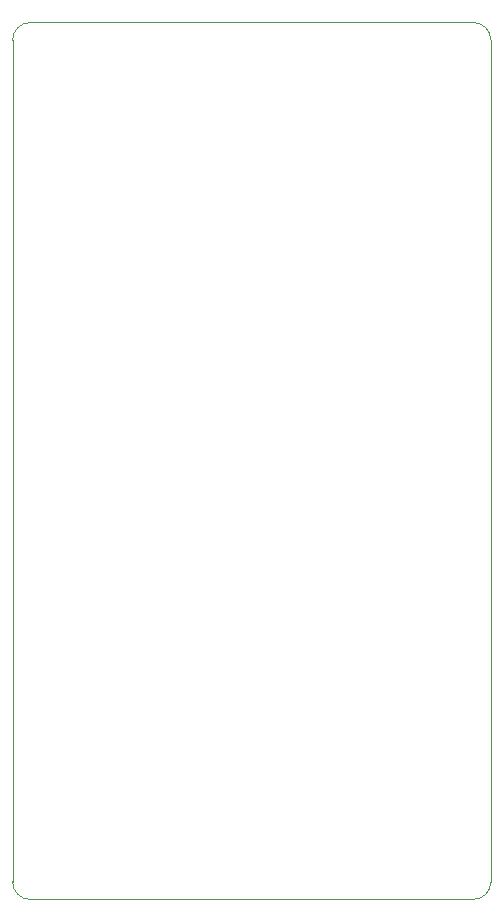
<source format=gbr>
%TF.GenerationSoftware,KiCad,Pcbnew,(7.0.0)*%
%TF.CreationDate,2023-07-13T15:07:20+05:30*%
%TF.ProjectId,EMO current sense INA190,454d4f20-6375-4727-9265-6e742073656e,1*%
%TF.SameCoordinates,Original*%
%TF.FileFunction,Profile,NP*%
%FSLAX46Y46*%
G04 Gerber Fmt 4.6, Leading zero omitted, Abs format (unit mm)*
G04 Created by KiCad (PCBNEW (7.0.0)) date 2023-07-13 15:07:20*
%MOMM*%
%LPD*%
G01*
G04 APERTURE LIST*
%TA.AperFunction,Profile*%
%ADD10C,0.100000*%
%TD*%
G04 APERTURE END LIST*
D10*
X155000000Y-100750000D02*
X192500000Y-100750000D01*
X155000000Y-26500000D02*
X192500000Y-26500000D01*
X153500000Y-47500000D02*
X153500000Y-99250000D01*
X153500000Y-99250000D02*
G75*
G03*
X155000000Y-100750000I1500000J0D01*
G01*
X194000000Y-48375000D02*
X194000000Y-99250000D01*
X192500000Y-100750000D02*
G75*
G03*
X194000000Y-99250000I0J1500000D01*
G01*
X155000000Y-26500000D02*
G75*
G03*
X153500000Y-28000000I0J-1500000D01*
G01*
X194000000Y-28000000D02*
G75*
G03*
X192500000Y-26500000I-1500000J0D01*
G01*
X153500000Y-47500000D02*
X153500000Y-28000000D01*
X194000000Y-28000000D02*
X194000000Y-48375000D01*
M02*

</source>
